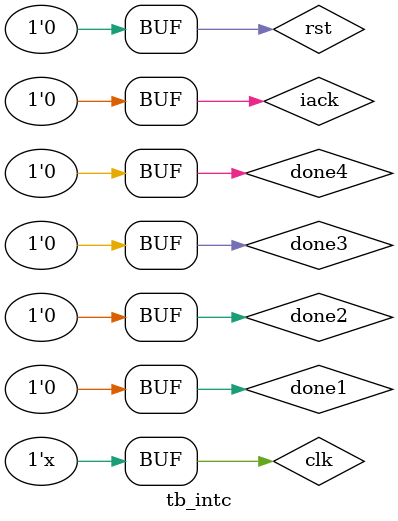
<source format=v>
`timescale 1ns / 1ps

module tb_intc();
    reg clk, rst, done1, done2, done3, done4;
    reg iack;
    wire [31:0] PC_handler;
    wire irq;
    
    intc intc (
    .clk(clk),
    .iack(iack),
    .rst(rst),
    .done1(done1),
    .done2(done2),
    .done3(done3),
    .done4(done4), 
    .PC_handler(PC_handler),
    .irq(irq)
    );
    
    always begin
        #5 clk = ~clk;
    end
    
    initial begin
    clk = 0; rst = 0; 
    #5 rst = 1; iack = 0;
    #10 rst = 0; done1 = 1'b1; done2 = 1'b1; done3 = 1'b1; done4 = 1'b1;
    #10 done1 = 1'b0; done2 = 1'b0; done3 = 1'b0; done4 = 1'b0;
    #10 iack = 1;
    #10 iack = 0;
    #10;
    #10 iack = 1;
    #10 iack = 0;
    #10;
    #10 iack = 1;
    #10 iack = 0;
    #10;
    #10 iack = 1;
    #10 iack = 0;
    #10;
    #10 iack = 1;
    #10 iack = 0;
    #10;
    end
    
endmodule

</source>
